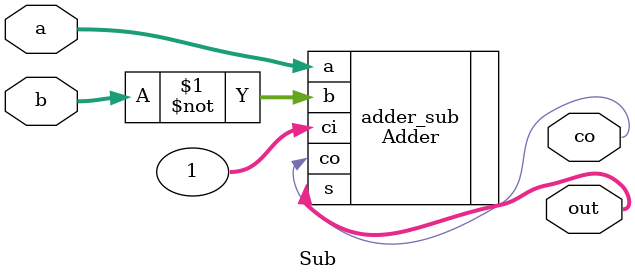
<source format=v>
`timescale 1ns / 1ps


module Sub(
    input                   [ 4 : 0]        a, b,
    output                  [ 4 : 0]        out,
    output                  [ 0 : 0]        co
);

Adder adder_sub(
    .a(a),
    .b(~b),
    .ci(1),
    .s(out),
    .co(co)
);
endmodule

</source>
